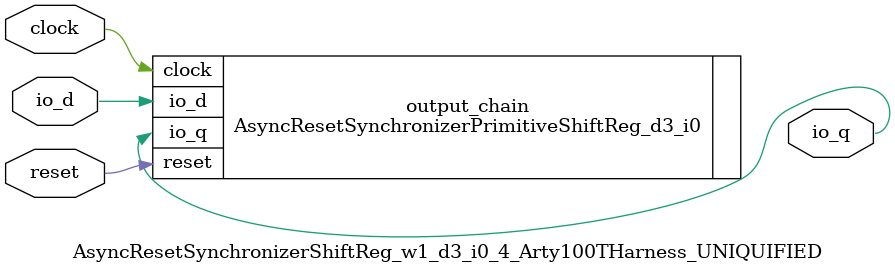
<source format=sv>
module AsyncResetSynchronizerShiftReg_w1_d3_i0_4_Arty100THarness_UNIQUIFIED(	// @[generators/rocket-chip/src/main/scala/util/SynchronizerReg.scala:80:7]
  input  clock,	// @[generators/rocket-chip/src/main/scala/util/SynchronizerReg.scala:80:7]
  input  reset,	// @[generators/rocket-chip/src/main/scala/util/SynchronizerReg.scala:80:7]
  input  io_d,	// @[generators/rocket-chip/src/main/scala/util/ShiftReg.scala:36:14]
  output io_q	// @[generators/rocket-chip/src/main/scala/util/ShiftReg.scala:36:14]
);

  AsyncResetSynchronizerPrimitiveShiftReg_d3_i0 output_chain (	// @[generators/rocket-chip/src/main/scala/util/ShiftReg.scala:45:23]
    .clock (clock),
    .reset (reset),
    .io_d  (io_d),
    .io_q  (io_q)
  );	// @[generators/rocket-chip/src/main/scala/util/ShiftReg.scala:45:23]
endmodule


</source>
